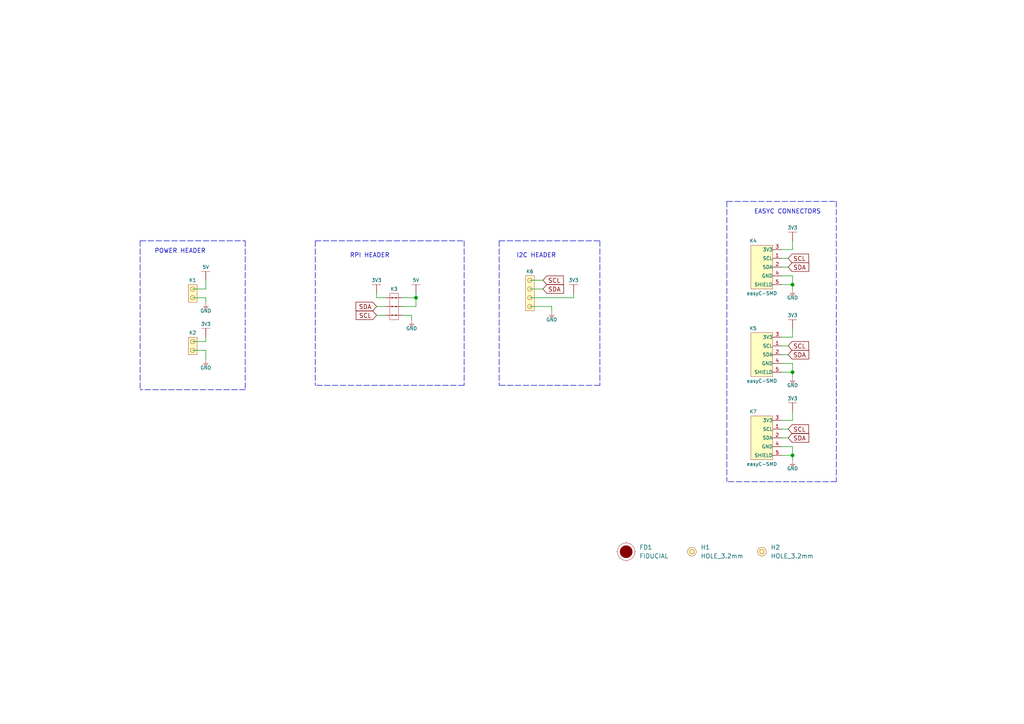
<source format=kicad_sch>
(kicad_sch (version 20210621) (generator eeschema)

  (uuid 0a5b5295-7245-4ac4-bf4a-801d704c0d6e)

  (paper "A4")

  (title_block
    (title "Raspberry Pi easyC adapter")
    (date "2021-07-12")
    (rev "V1.1.1.")
    (company "SOLDERED")
    (comment 1 "333019")
  )

  (lib_symbols
    (symbol "e-radionica.com schematics:3V3" (power) (pin_names (offset 0)) (in_bom yes) (on_board yes)
      (property "Reference" "#PWR" (id 0) (at 4.445 0 0)
        (effects (font (size 1 1)) hide)
      )
      (property "Value" "3V3" (id 1) (at 0 3.556 0)
        (effects (font (size 1 1)))
      )
      (property "Footprint" "" (id 2) (at 4.445 3.81 0)
        (effects (font (size 1 1)) hide)
      )
      (property "Datasheet" "" (id 3) (at 4.445 3.81 0)
        (effects (font (size 1 1)) hide)
      )
      (property "ki_keywords" "power-flag" (id 4) (at 0 0 0)
        (effects (font (size 1.27 1.27)) hide)
      )
      (property "ki_description" "Power symbol creates a global label with name \"+3V3\"" (id 5) (at 0 0 0)
        (effects (font (size 1.27 1.27)) hide)
      )
      (symbol "3V3_0_1"
        (polyline
          (pts
            (xy -1.27 2.54)
            (xy 1.27 2.54)
          )
          (stroke (width 0.0006)) (fill (type none))
        )
        (polyline
          (pts
            (xy 0 0)
            (xy 0 2.54)
          )
          (stroke (width 0)) (fill (type none))
        )
      )
      (symbol "3V3_1_1"
        (pin power_in line (at 0 0 90) (length 0) hide
          (name "3V3" (effects (font (size 1.27 1.27))))
          (number "1" (effects (font (size 1.27 1.27))))
        )
      )
    )
    (symbol "e-radionica.com schematics:5V" (power) (pin_names (offset 0)) (in_bom yes) (on_board yes)
      (property "Reference" "#PWR" (id 0) (at 4.445 0 0)
        (effects (font (size 1 1)) hide)
      )
      (property "Value" "5V" (id 1) (at 0 3.556 0)
        (effects (font (size 1 1)))
      )
      (property "Footprint" "" (id 2) (at 4.445 3.81 0)
        (effects (font (size 1 1)) hide)
      )
      (property "Datasheet" "" (id 3) (at 4.445 3.81 0)
        (effects (font (size 1 1)) hide)
      )
      (property "ki_keywords" "power-flag" (id 4) (at 0 0 0)
        (effects (font (size 1.27 1.27)) hide)
      )
      (property "ki_description" "Power symbol creates a global label with name \"+3V3\"" (id 5) (at 0 0 0)
        (effects (font (size 1.27 1.27)) hide)
      )
      (symbol "5V_0_1"
        (polyline
          (pts
            (xy -1.27 2.54)
            (xy 1.27 2.54)
          )
          (stroke (width 0.0006)) (fill (type none))
        )
        (polyline
          (pts
            (xy 0 0)
            (xy 0 2.54)
          )
          (stroke (width 0)) (fill (type none))
        )
      )
      (symbol "5V_1_1"
        (pin power_in line (at 0 0 90) (length 0) hide
          (name "5V" (effects (font (size 1.27 1.27))))
          (number "1" (effects (font (size 1.27 1.27))))
        )
      )
    )
    (symbol "e-radionica.com schematics:FIDUCIAL" (in_bom yes) (on_board yes)
      (property "Reference" "FD" (id 0) (at 0 3.81 0)
        (effects (font (size 1.27 1.27)))
      )
      (property "Value" "FIDUCIAL" (id 1) (at 0 -3.81 0)
        (effects (font (size 1.27 1.27)))
      )
      (property "Footprint" "e-radionica.com footprinti:FIDUCIAL_23" (id 2) (at 0.254 -5.334 0)
        (effects (font (size 1.27 1.27)) hide)
      )
      (property "Datasheet" "" (id 3) (at 0 0 0)
        (effects (font (size 1.27 1.27)) hide)
      )
      (symbol "FIDUCIAL_0_1"
        (circle (center 0 0) (radius 2.54) (stroke (width 0.0006)) (fill (type none)))
        (circle (center 0 0) (radius 1.7961) (stroke (width 0.001)) (fill (type outline)))
        (polyline
          (pts
            (xy -2.54 0)
            (xy -2.794 0)
          )
          (stroke (width 0.0006)) (fill (type none))
        )
        (polyline
          (pts
            (xy 0 -2.54)
            (xy 0 -2.794)
          )
          (stroke (width 0.0006)) (fill (type none))
        )
        (polyline
          (pts
            (xy 0 2.54)
            (xy 0 2.794)
          )
          (stroke (width 0.0006)) (fill (type none))
        )
        (polyline
          (pts
            (xy 2.54 0)
            (xy 2.794 0)
          )
          (stroke (width 0.0006)) (fill (type none))
        )
      )
    )
    (symbol "e-radionica.com schematics:GND" (power) (pin_names (offset 0)) (in_bom yes) (on_board yes)
      (property "Reference" "#PWR" (id 0) (at 4.445 0 0)
        (effects (font (size 1 1)) hide)
      )
      (property "Value" "GND" (id 1) (at 0 -2.921 0)
        (effects (font (size 1 1)))
      )
      (property "Footprint" "" (id 2) (at 4.445 3.81 0)
        (effects (font (size 1 1)) hide)
      )
      (property "Datasheet" "" (id 3) (at 4.445 3.81 0)
        (effects (font (size 1 1)) hide)
      )
      (property "ki_keywords" "power-flag" (id 4) (at 0 0 0)
        (effects (font (size 1.27 1.27)) hide)
      )
      (property "ki_description" "Power symbol creates a global label with name \"+3V3\"" (id 5) (at 0 0 0)
        (effects (font (size 1.27 1.27)) hide)
      )
      (symbol "GND_0_1"
        (polyline
          (pts
            (xy -0.762 -1.27)
            (xy 0.762 -1.27)
          )
          (stroke (width 0.0006)) (fill (type none))
        )
        (polyline
          (pts
            (xy -0.635 -1.524)
            (xy 0.635 -1.524)
          )
          (stroke (width 0.0006)) (fill (type none))
        )
        (polyline
          (pts
            (xy -0.381 -1.778)
            (xy 0.381 -1.778)
          )
          (stroke (width 0.0006)) (fill (type none))
        )
        (polyline
          (pts
            (xy -0.127 -2.032)
            (xy 0.127 -2.032)
          )
          (stroke (width 0.0006)) (fill (type none))
        )
        (polyline
          (pts
            (xy 0 0)
            (xy 0 -1.27)
          )
          (stroke (width 0.0006)) (fill (type none))
        )
      )
      (symbol "GND_1_1"
        (pin power_in line (at 0 0 270) (length 0) hide
          (name "GND" (effects (font (size 1.27 1.27))))
          (number "1" (effects (font (size 1.27 1.27))))
        )
      )
    )
    (symbol "e-radionica.com schematics:HEADER_MALE_2X1" (pin_numbers hide) (pin_names hide) (in_bom yes) (on_board yes)
      (property "Reference" "K" (id 0) (at -1.27 5.08 0)
        (effects (font (size 1 1)))
      )
      (property "Value" "HEADER_MALE_2X1" (id 1) (at 0 -2.54 0)
        (effects (font (size 1 1)))
      )
      (property "Footprint" "e-radionica.com footprinti:HEADER_MALE_2X1" (id 2) (at 0 0 0)
        (effects (font (size 1 1)) hide)
      )
      (property "Datasheet" "" (id 3) (at 0 0 0)
        (effects (font (size 1 1)) hide)
      )
      (symbol "HEADER_MALE_2X1_0_1"
        (circle (center 0 0) (radius 0.635) (stroke (width 0.0006)) (fill (type none)))
        (circle (center 0 2.54) (radius 0.635) (stroke (width 0.0006)) (fill (type none)))
        (rectangle (start 1.27 -1.27) (end -1.27 3.81)
          (stroke (width 0.001)) (fill (type background))
        )
      )
      (symbol "HEADER_MALE_2X1_1_1"
        (pin passive line (at 0 0 180) (length 0)
          (name "~" (effects (font (size 1 1))))
          (number "1" (effects (font (size 1 1))))
        )
        (pin passive line (at 0 2.54 180) (length 0)
          (name "~" (effects (font (size 1 1))))
          (number "2" (effects (font (size 1 1))))
        )
      )
    )
    (symbol "e-radionica.com schematics:HEADER_MALE_3X2" (pin_numbers hide) (pin_names hide) (in_bom yes) (on_board yes)
      (property "Reference" "K" (id 0) (at -0.635 5.08 0)
        (effects (font (size 1 1)))
      )
      (property "Value" "HEADER_MALE_3X2" (id 1) (at 0 -5.08 0)
        (effects (font (size 1 1)))
      )
      (property "Footprint" "e-radionica.com footprinti:HEADER_MALE_3X2" (id 2) (at 0 -7.62 0)
        (effects (font (size 1 1)) hide)
      )
      (property "Datasheet" "" (id 3) (at 2.54 -2.54 0)
        (effects (font (size 1 1)) hide)
      )
      (symbol "HEADER_MALE_3X2_0_1"
        (rectangle (start -1.27 3.81) (end 1.27 -3.81)
          (stroke (width 0.0006)) (fill (type none))
        )
        (polyline
          (pts
            (xy -1.27 -2.54)
            (xy -0.635 -2.54)
          )
          (stroke (width 0.0006)) (fill (type none))
        )
        (polyline
          (pts
            (xy -1.27 0)
            (xy -0.635 0)
          )
          (stroke (width 0.0006)) (fill (type none))
        )
        (polyline
          (pts
            (xy -1.27 2.54)
            (xy -0.635 2.54)
          )
          (stroke (width 0.0006)) (fill (type none))
        )
        (polyline
          (pts
            (xy -0.762 -2.54)
            (xy -0.254 -2.54)
          )
          (stroke (width 0.3)) (fill (type none))
        )
        (polyline
          (pts
            (xy -0.762 0)
            (xy -0.254 0)
          )
          (stroke (width 0.3)) (fill (type none))
        )
        (polyline
          (pts
            (xy -0.762 2.54)
            (xy -0.254 2.54)
          )
          (stroke (width 0.3)) (fill (type none))
        )
        (polyline
          (pts
            (xy 0.254 -2.54)
            (xy 0.762 -2.54)
          )
          (stroke (width 0.3)) (fill (type none))
        )
        (polyline
          (pts
            (xy 0.254 0)
            (xy 0.762 0)
          )
          (stroke (width 0.3)) (fill (type none))
        )
        (polyline
          (pts
            (xy 0.254 2.54)
            (xy 0.762 2.54)
          )
          (stroke (width 0.3)) (fill (type none))
        )
        (polyline
          (pts
            (xy 1.27 -2.54)
            (xy 0.635 -2.54)
          )
          (stroke (width 0.0006)) (fill (type none))
        )
        (polyline
          (pts
            (xy 1.27 0)
            (xy 0.635 0)
          )
          (stroke (width 0.0006)) (fill (type none))
        )
        (polyline
          (pts
            (xy 1.27 2.54)
            (xy 0.635 2.54)
          )
          (stroke (width 0.0006)) (fill (type none))
        )
      )
      (symbol "HEADER_MALE_3X2_1_1"
        (pin passive line (at -2.54 2.54 0) (length 1.27)
          (name "~" (effects (font (size 1 1))))
          (number "1" (effects (font (size 1 1))))
        )
        (pin passive line (at -2.54 0 0) (length 1.27)
          (name "~" (effects (font (size 1 1))))
          (number "2" (effects (font (size 1 1))))
        )
        (pin passive line (at -2.54 -2.54 0) (length 1.27)
          (name "~" (effects (font (size 1 1))))
          (number "3" (effects (font (size 1 1))))
        )
        (pin passive line (at 2.54 -2.54 180) (length 1.27)
          (name "~" (effects (font (size 1 1))))
          (number "4" (effects (font (size 1 1))))
        )
        (pin passive line (at 2.54 0 180) (length 1.27)
          (name "~" (effects (font (size 1 1))))
          (number "5" (effects (font (size 1 1))))
        )
        (pin passive line (at 2.54 2.54 180) (length 1.27)
          (name "~" (effects (font (size 1 1))))
          (number "6" (effects (font (size 1 1))))
        )
      )
    )
    (symbol "e-radionica.com schematics:HEADER_MALE_4X1" (pin_numbers hide) (pin_names hide) (in_bom yes) (on_board yes)
      (property "Reference" "K" (id 0) (at -0.635 7.62 0)
        (effects (font (size 1 1)))
      )
      (property "Value" "HEADER_MALE_4X1" (id 1) (at 0 -5.08 0)
        (effects (font (size 1 1)))
      )
      (property "Footprint" "e-radionica.com footprinti:HEADER_MALE_4X1" (id 2) (at 0 -2.54 0)
        (effects (font (size 1 1)) hide)
      )
      (property "Datasheet" "" (id 3) (at 0 -2.54 0)
        (effects (font (size 1 1)) hide)
      )
      (symbol "HEADER_MALE_4X1_0_1"
        (circle (center 0 -2.54) (radius 0.635) (stroke (width 0.0006)) (fill (type none)))
        (circle (center 0 0) (radius 0.635) (stroke (width 0.0006)) (fill (type none)))
        (circle (center 0 2.54) (radius 0.635) (stroke (width 0.0006)) (fill (type none)))
        (circle (center 0 5.08) (radius 0.635) (stroke (width 0.0006)) (fill (type none)))
        (rectangle (start 1.27 -3.81) (end -1.27 6.35)
          (stroke (width 0.001)) (fill (type background))
        )
      )
      (symbol "HEADER_MALE_4X1_1_1"
        (pin passive line (at 0 -2.54 180) (length 0)
          (name "~" (effects (font (size 1 1))))
          (number "1" (effects (font (size 1 1))))
        )
        (pin passive line (at 0 0 180) (length 0)
          (name "~" (effects (font (size 1 1))))
          (number "2" (effects (font (size 1 1))))
        )
        (pin passive line (at 0 2.54 180) (length 0)
          (name "~" (effects (font (size 1 1))))
          (number "3" (effects (font (size 1 1))))
        )
        (pin passive line (at 0 5.08 180) (length 0)
          (name "~" (effects (font (size 1 1))))
          (number "4" (effects (font (size 1 1))))
        )
      )
    )
    (symbol "e-radionica.com schematics:HOLE_3.2mm" (pin_numbers hide) (pin_names hide) (in_bom yes) (on_board yes)
      (property "Reference" "H" (id 0) (at 0 2.54 0)
        (effects (font (size 1.27 1.27)))
      )
      (property "Value" "HOLE_3.2mm" (id 1) (at 0 -2.54 0)
        (effects (font (size 1.27 1.27)))
      )
      (property "Footprint" "e-radionica.com footprinti:HOLE_3.2mm" (id 2) (at 0 0 0)
        (effects (font (size 1.27 1.27)) hide)
      )
      (property "Datasheet" "" (id 3) (at 0 0 0)
        (effects (font (size 1.27 1.27)) hide)
      )
      (symbol "HOLE_3.2mm_0_1"
        (circle (center 0 0) (radius 0.635) (stroke (width 0.0006)) (fill (type none)))
        (circle (center 0 0) (radius 1.27) (stroke (width 0.001)) (fill (type background)))
      )
    )
    (symbol "e-radionica.com schematics:easyC-SMD" (pin_names (offset 0.002)) (in_bom yes) (on_board yes)
      (property "Reference" "K" (id 0) (at -2.54 10.16 0)
        (effects (font (size 1 1)))
      )
      (property "Value" "easyC-SMD" (id 1) (at 0 -5.08 0)
        (effects (font (size 1 1)))
      )
      (property "Footprint" "e-radionica.com footprinti:easyC-connector" (id 2) (at 3.175 2.54 0)
        (effects (font (size 1 1)) hide)
      )
      (property "Datasheet" "" (id 3) (at 3.175 2.54 0)
        (effects (font (size 1 1)) hide)
      )
      (symbol "easyC-SMD_0_1"
        (rectangle (start -3.175 8.89) (end 3.175 -3.81)
          (stroke (width 0.001)) (fill (type background))
        )
      )
      (symbol "easyC-SMD_1_1"
        (pin passive line (at 5.715 5.08 180) (length 2.54)
          (name "SCL" (effects (font (size 1 1))))
          (number "1" (effects (font (size 1 1))))
        )
        (pin passive line (at 5.715 2.54 180) (length 2.54)
          (name "SDA" (effects (font (size 1 1))))
          (number "2" (effects (font (size 1 1))))
        )
        (pin passive line (at 5.715 7.62 180) (length 2.54)
          (name "3V3" (effects (font (size 1 1))))
          (number "3" (effects (font (size 1 1))))
        )
        (pin passive line (at 5.715 0 180) (length 2.54)
          (name "GND" (effects (font (size 1 1))))
          (number "4" (effects (font (size 1 1))))
        )
        (pin passive line (at 5.715 -2.54 180) (length 2.54)
          (name "SHIELD" (effects (font (size 1 1))))
          (number "5" (effects (font (size 1 1))))
        )
      )
    )
  )

  (junction (at 120.65 86.36) (diameter 0.9144) (color 0 0 0 0))
  (junction (at 229.87 82.55) (diameter 0.9144) (color 0 0 0 0))
  (junction (at 229.87 107.95) (diameter 0.9144) (color 0 0 0 0))
  (junction (at 229.87 132.08) (diameter 0.9144) (color 0 0 0 0))

  (wire (pts (xy 55.88 83.82) (xy 59.69 83.82))
    (stroke (width 0) (type solid) (color 0 0 0 0))
    (uuid 4084688e-457e-4bea-a201-7f4ea81299d0)
  )
  (wire (pts (xy 55.88 86.36) (xy 59.69 86.36))
    (stroke (width 0) (type solid) (color 0 0 0 0))
    (uuid c8d16f98-55ed-4bb5-bcbb-9e1d6c9b6899)
  )
  (wire (pts (xy 55.88 99.06) (xy 59.69 99.06))
    (stroke (width 0) (type solid) (color 0 0 0 0))
    (uuid a5bdebb9-1e2d-480f-b9c7-a1dfdf96133f)
  )
  (wire (pts (xy 55.88 101.6) (xy 59.69 101.6))
    (stroke (width 0) (type solid) (color 0 0 0 0))
    (uuid 61fe55b6-ecff-42e2-b58d-714e1215498a)
  )
  (wire (pts (xy 59.69 83.82) (xy 59.69 81.28))
    (stroke (width 0) (type solid) (color 0 0 0 0))
    (uuid 4084688e-457e-4bea-a201-7f4ea81299d0)
  )
  (wire (pts (xy 59.69 86.36) (xy 59.69 87.63))
    (stroke (width 0) (type solid) (color 0 0 0 0))
    (uuid c8d16f98-55ed-4bb5-bcbb-9e1d6c9b6899)
  )
  (wire (pts (xy 59.69 99.06) (xy 59.69 97.79))
    (stroke (width 0) (type solid) (color 0 0 0 0))
    (uuid a5bdebb9-1e2d-480f-b9c7-a1dfdf96133f)
  )
  (wire (pts (xy 59.69 101.6) (xy 59.69 104.14))
    (stroke (width 0) (type solid) (color 0 0 0 0))
    (uuid 61fe55b6-ecff-42e2-b58d-714e1215498a)
  )
  (wire (pts (xy 109.22 86.36) (xy 109.22 85.09))
    (stroke (width 0) (type solid) (color 0 0 0 0))
    (uuid 744f1116-e350-4e0d-a76e-a79fb0f6049c)
  )
  (wire (pts (xy 109.22 88.9) (xy 111.76 88.9))
    (stroke (width 0) (type solid) (color 0 0 0 0))
    (uuid 916b8fc3-6c48-47a5-bd79-ac7fbc87ce5a)
  )
  (wire (pts (xy 109.22 91.44) (xy 111.76 91.44))
    (stroke (width 0) (type solid) (color 0 0 0 0))
    (uuid 2a59c9c5-49e4-4fd8-9c85-2b6fef29e6e8)
  )
  (wire (pts (xy 111.76 86.36) (xy 109.22 86.36))
    (stroke (width 0) (type solid) (color 0 0 0 0))
    (uuid 744f1116-e350-4e0d-a76e-a79fb0f6049c)
  )
  (wire (pts (xy 116.84 86.36) (xy 120.65 86.36))
    (stroke (width 0) (type solid) (color 0 0 0 0))
    (uuid 40db10d1-1507-44d8-88cb-b7a0a0492c14)
  )
  (wire (pts (xy 116.84 88.9) (xy 120.65 88.9))
    (stroke (width 0) (type solid) (color 0 0 0 0))
    (uuid 35fb88c0-5e8b-46ab-b262-2a780208f71e)
  )
  (wire (pts (xy 116.84 91.44) (xy 119.38 91.44))
    (stroke (width 0) (type solid) (color 0 0 0 0))
    (uuid 2704af6f-843d-4030-89b2-7c240ee87e6a)
  )
  (wire (pts (xy 119.38 91.44) (xy 119.38 92.71))
    (stroke (width 0) (type solid) (color 0 0 0 0))
    (uuid 2704af6f-843d-4030-89b2-7c240ee87e6a)
  )
  (wire (pts (xy 120.65 86.36) (xy 120.65 85.09))
    (stroke (width 0) (type solid) (color 0 0 0 0))
    (uuid 40db10d1-1507-44d8-88cb-b7a0a0492c14)
  )
  (wire (pts (xy 120.65 88.9) (xy 120.65 86.36))
    (stroke (width 0) (type solid) (color 0 0 0 0))
    (uuid 35fb88c0-5e8b-46ab-b262-2a780208f71e)
  )
  (wire (pts (xy 153.67 81.28) (xy 157.48 81.28))
    (stroke (width 0) (type solid) (color 0 0 0 0))
    (uuid 63f87237-471f-4f9c-9cde-7831f5bf55e2)
  )
  (wire (pts (xy 153.67 83.82) (xy 157.48 83.82))
    (stroke (width 0) (type solid) (color 0 0 0 0))
    (uuid 48d06471-e9b6-4e37-9ca8-f609f4bc1ce6)
  )
  (wire (pts (xy 153.67 86.36) (xy 166.37 86.36))
    (stroke (width 0) (type solid) (color 0 0 0 0))
    (uuid 88bf19ce-66fb-4157-8e2c-74e787b4ce64)
  )
  (wire (pts (xy 153.67 88.9) (xy 160.02 88.9))
    (stroke (width 0) (type solid) (color 0 0 0 0))
    (uuid bfc87ee8-a1bb-4a39-bcb8-a2e53aa7c617)
  )
  (wire (pts (xy 160.02 88.9) (xy 160.02 90.17))
    (stroke (width 0) (type solid) (color 0 0 0 0))
    (uuid bfc87ee8-a1bb-4a39-bcb8-a2e53aa7c617)
  )
  (wire (pts (xy 166.37 86.36) (xy 166.37 85.09))
    (stroke (width 0) (type solid) (color 0 0 0 0))
    (uuid 88bf19ce-66fb-4157-8e2c-74e787b4ce64)
  )
  (wire (pts (xy 226.695 72.39) (xy 229.87 72.39))
    (stroke (width 0) (type solid) (color 0 0 0 0))
    (uuid a41df124-eb55-40d3-aa80-ebdf4da6c2cc)
  )
  (wire (pts (xy 226.695 74.93) (xy 228.6 74.93))
    (stroke (width 0) (type solid) (color 0 0 0 0))
    (uuid d5478f63-cf29-4bce-a8eb-cf73e8af9183)
  )
  (wire (pts (xy 226.695 77.47) (xy 228.6 77.47))
    (stroke (width 0) (type solid) (color 0 0 0 0))
    (uuid 69f274f3-cee6-42a2-af90-1f25909a44ef)
  )
  (wire (pts (xy 226.695 80.01) (xy 229.87 80.01))
    (stroke (width 0) (type solid) (color 0 0 0 0))
    (uuid bf24cf43-65b1-44cb-b4b7-0243a39392cc)
  )
  (wire (pts (xy 226.695 82.55) (xy 229.87 82.55))
    (stroke (width 0) (type solid) (color 0 0 0 0))
    (uuid b039ac6b-21b6-4346-adba-6b59f83fb07c)
  )
  (wire (pts (xy 226.695 97.79) (xy 229.87 97.79))
    (stroke (width 0) (type solid) (color 0 0 0 0))
    (uuid 60a36a10-2e3d-4cb7-a935-bfd322d1649a)
  )
  (wire (pts (xy 226.695 100.33) (xy 228.6 100.33))
    (stroke (width 0) (type solid) (color 0 0 0 0))
    (uuid b19aff4c-32af-473d-af7a-6b95d0ed64d7)
  )
  (wire (pts (xy 226.695 102.87) (xy 228.6 102.87))
    (stroke (width 0) (type solid) (color 0 0 0 0))
    (uuid 3195482c-f12a-4b42-a397-05701b22be64)
  )
  (wire (pts (xy 226.695 105.41) (xy 229.87 105.41))
    (stroke (width 0) (type solid) (color 0 0 0 0))
    (uuid d88362ae-c6c0-47a9-bf5e-426d87d178e5)
  )
  (wire (pts (xy 226.695 107.95) (xy 229.87 107.95))
    (stroke (width 0) (type solid) (color 0 0 0 0))
    (uuid 35d57795-e2a3-4a10-a707-49b41739e62e)
  )
  (wire (pts (xy 226.695 121.92) (xy 229.87 121.92))
    (stroke (width 0) (type solid) (color 0 0 0 0))
    (uuid 88b429e8-2e36-44cc-8a25-3ace9d30a554)
  )
  (wire (pts (xy 226.695 124.46) (xy 228.6 124.46))
    (stroke (width 0) (type solid) (color 0 0 0 0))
    (uuid d8f78c47-27de-4184-a8fd-43aa90b960f3)
  )
  (wire (pts (xy 226.695 127) (xy 228.6 127))
    (stroke (width 0) (type solid) (color 0 0 0 0))
    (uuid 30350cdd-7f19-407a-972d-cfb9af6e590a)
  )
  (wire (pts (xy 226.695 129.54) (xy 229.87 129.54))
    (stroke (width 0) (type solid) (color 0 0 0 0))
    (uuid 6a63132a-3b1f-4282-94ea-5d1feae73542)
  )
  (wire (pts (xy 226.695 132.08) (xy 229.87 132.08))
    (stroke (width 0) (type solid) (color 0 0 0 0))
    (uuid 1ce9c682-b5d0-49d3-9ec4-bbec5c9651e5)
  )
  (wire (pts (xy 229.87 72.39) (xy 229.87 69.85))
    (stroke (width 0) (type solid) (color 0 0 0 0))
    (uuid a41df124-eb55-40d3-aa80-ebdf4da6c2cc)
  )
  (wire (pts (xy 229.87 80.01) (xy 229.87 82.55))
    (stroke (width 0) (type solid) (color 0 0 0 0))
    (uuid bf24cf43-65b1-44cb-b4b7-0243a39392cc)
  )
  (wire (pts (xy 229.87 82.55) (xy 229.87 83.82))
    (stroke (width 0) (type solid) (color 0 0 0 0))
    (uuid b039ac6b-21b6-4346-adba-6b59f83fb07c)
  )
  (wire (pts (xy 229.87 97.79) (xy 229.87 95.25))
    (stroke (width 0) (type solid) (color 0 0 0 0))
    (uuid 91af1956-57f3-4aa1-aa7a-ea5a596384ae)
  )
  (wire (pts (xy 229.87 105.41) (xy 229.87 107.95))
    (stroke (width 0) (type solid) (color 0 0 0 0))
    (uuid 5bb41c59-0f51-435a-9295-212d1f160145)
  )
  (wire (pts (xy 229.87 107.95) (xy 229.87 109.22))
    (stroke (width 0) (type solid) (color 0 0 0 0))
    (uuid 4c1ac4a4-f2ac-40b4-986b-6fc345ecebca)
  )
  (wire (pts (xy 229.87 121.92) (xy 229.87 119.38))
    (stroke (width 0) (type solid) (color 0 0 0 0))
    (uuid c75c49c0-7b6d-49a1-8ca3-1274b21aa78c)
  )
  (wire (pts (xy 229.87 129.54) (xy 229.87 132.08))
    (stroke (width 0) (type solid) (color 0 0 0 0))
    (uuid 5fab1715-9cd6-446c-8970-01699e3d9fbd)
  )
  (wire (pts (xy 229.87 132.08) (xy 229.87 133.35))
    (stroke (width 0) (type solid) (color 0 0 0 0))
    (uuid 7088d52f-2267-4564-afde-9ada84c6ff75)
  )
  (polyline (pts (xy 40.64 69.85) (xy 40.64 113.03))
    (stroke (width 0) (type dash) (color 0 0 0 0))
    (uuid f502a2d1-fec7-4599-87ac-977659b250c2)
  )
  (polyline (pts (xy 40.64 69.85) (xy 71.12 69.85))
    (stroke (width 0) (type dash) (color 0 0 0 0))
    (uuid f502a2d1-fec7-4599-87ac-977659b250c2)
  )
  (polyline (pts (xy 71.12 69.85) (xy 71.12 113.03))
    (stroke (width 0) (type dash) (color 0 0 0 0))
    (uuid f502a2d1-fec7-4599-87ac-977659b250c2)
  )
  (polyline (pts (xy 71.12 113.03) (xy 40.64 113.03))
    (stroke (width 0) (type dash) (color 0 0 0 0))
    (uuid f502a2d1-fec7-4599-87ac-977659b250c2)
  )
  (polyline (pts (xy 91.44 69.85) (xy 91.44 111.76))
    (stroke (width 0) (type dash) (color 0 0 0 0))
    (uuid 51a64af8-f8d0-4e81-9c28-95586ded1171)
  )
  (polyline (pts (xy 91.44 69.85) (xy 134.62 69.85))
    (stroke (width 0) (type dash) (color 0 0 0 0))
    (uuid 51a64af8-f8d0-4e81-9c28-95586ded1171)
  )
  (polyline (pts (xy 134.62 69.85) (xy 134.62 111.76))
    (stroke (width 0) (type dash) (color 0 0 0 0))
    (uuid 51a64af8-f8d0-4e81-9c28-95586ded1171)
  )
  (polyline (pts (xy 134.62 111.76) (xy 91.44 111.76))
    (stroke (width 0) (type dash) (color 0 0 0 0))
    (uuid 51a64af8-f8d0-4e81-9c28-95586ded1171)
  )
  (polyline (pts (xy 144.78 69.85) (xy 144.78 111.76))
    (stroke (width 0) (type dash) (color 0 0 0 0))
    (uuid 29d4157f-4adc-4f99-a004-bec4f9716568)
  )
  (polyline (pts (xy 144.78 69.85) (xy 173.99 69.85))
    (stroke (width 0) (type dash) (color 0 0 0 0))
    (uuid 29d4157f-4adc-4f99-a004-bec4f9716568)
  )
  (polyline (pts (xy 173.99 69.85) (xy 173.99 111.76))
    (stroke (width 0) (type dash) (color 0 0 0 0))
    (uuid 29d4157f-4adc-4f99-a004-bec4f9716568)
  )
  (polyline (pts (xy 173.99 111.76) (xy 144.78 111.76))
    (stroke (width 0) (type dash) (color 0 0 0 0))
    (uuid 29d4157f-4adc-4f99-a004-bec4f9716568)
  )
  (polyline (pts (xy 210.82 58.42) (xy 210.82 139.7))
    (stroke (width 0) (type dash) (color 0 0 0 0))
    (uuid 564cd106-b093-4db6-9b7c-651a6c1aff06)
  )
  (polyline (pts (xy 210.82 58.42) (xy 242.57 58.42))
    (stroke (width 0) (type dash) (color 0 0 0 0))
    (uuid 564cd106-b093-4db6-9b7c-651a6c1aff06)
  )
  (polyline (pts (xy 242.57 58.42) (xy 242.57 139.7))
    (stroke (width 0) (type dash) (color 0 0 0 0))
    (uuid 564cd106-b093-4db6-9b7c-651a6c1aff06)
  )
  (polyline (pts (xy 242.57 139.7) (xy 210.82 139.7))
    (stroke (width 0) (type dash) (color 0 0 0 0))
    (uuid 564cd106-b093-4db6-9b7c-651a6c1aff06)
  )

  (text "POWER HEADER" (at 59.69 73.66 180)
    (effects (font (size 1.27 1.27)) (justify right bottom))
    (uuid 3c8a10f2-04b8-463b-9691-c477b5bea294)
  )
  (text "RPI HEADER" (at 113.03 74.93 180)
    (effects (font (size 1.27 1.27)) (justify right bottom))
    (uuid 5c7109e8-d1a5-481a-b769-481bd96adc3e)
  )
  (text "I2C HEADER" (at 161.29 74.93 180)
    (effects (font (size 1.27 1.27)) (justify right bottom))
    (uuid 77683e88-7b54-4c21-9370-4b7c02a347f9)
  )
  (text "EASYC CONNECTORS" (at 238.125 62.23 180)
    (effects (font (size 1.27 1.27)) (justify right bottom))
    (uuid cadfbd10-2ce0-48bc-bfb5-c9ed91664195)
  )

  (global_label "SDA" (shape input) (at 109.22 88.9 180)
    (effects (font (size 1.27 1.27)) (justify right))
    (uuid d67a7635-54d0-46e4-9d41-f15b99d34966)
    (property "Intersheet References" "${INTERSHEET_REFS}" (id 0) (at 101.7148 88.8206 0)
      (effects (font (size 1.27 1.27)) (justify right) hide)
    )
  )
  (global_label "SCL" (shape input) (at 109.22 91.44 180)
    (effects (font (size 1.27 1.27)) (justify right))
    (uuid eabfda02-a607-4fac-ac03-714bf25aa487)
    (property "Intersheet References" "${INTERSHEET_REFS}" (id 0) (at 101.7753 91.3606 0)
      (effects (font (size 1.27 1.27)) (justify right) hide)
    )
  )
  (global_label "SCL" (shape input) (at 157.48 81.28 0)
    (effects (font (size 1.27 1.27)) (justify left))
    (uuid 1aefdd16-9407-42f5-81be-f78eed71e442)
    (property "Intersheet References" "${INTERSHEET_REFS}" (id 0) (at 164.9247 81.3594 0)
      (effects (font (size 1.27 1.27)) (justify left) hide)
    )
  )
  (global_label "SDA" (shape input) (at 157.48 83.82 0)
    (effects (font (size 1.27 1.27)) (justify left))
    (uuid 14229223-0b4f-4280-aeb2-5beb08f74cd6)
    (property "Intersheet References" "${INTERSHEET_REFS}" (id 0) (at 164.9852 83.8994 0)
      (effects (font (size 1.27 1.27)) (justify left) hide)
    )
  )
  (global_label "SCL" (shape input) (at 228.6 74.93 0)
    (effects (font (size 1.27 1.27)) (justify left))
    (uuid 04023142-c73f-4283-a987-9555697b191f)
    (property "Intersheet References" "${INTERSHEET_REFS}" (id 0) (at 236.0447 74.8506 0)
      (effects (font (size 1.27 1.27)) (justify left) hide)
    )
  )
  (global_label "SDA" (shape input) (at 228.6 77.47 0)
    (effects (font (size 1.27 1.27)) (justify left))
    (uuid b2141a5b-da05-4328-b2a9-03433cb1c6cf)
    (property "Intersheet References" "${INTERSHEET_REFS}" (id 0) (at 236.1052 77.3906 0)
      (effects (font (size 1.27 1.27)) (justify left) hide)
    )
  )
  (global_label "SCL" (shape input) (at 228.6 100.33 0)
    (effects (font (size 1.27 1.27)) (justify left))
    (uuid 687d828b-bf0e-4487-8fc3-541c9843b5d8)
    (property "Intersheet References" "${INTERSHEET_REFS}" (id 0) (at 236.0447 100.2506 0)
      (effects (font (size 1.27 1.27)) (justify left) hide)
    )
  )
  (global_label "SDA" (shape input) (at 228.6 102.87 0)
    (effects (font (size 1.27 1.27)) (justify left))
    (uuid de14096e-3e3f-4315-bf8f-3b0eadb83a25)
    (property "Intersheet References" "${INTERSHEET_REFS}" (id 0) (at 236.1052 102.7906 0)
      (effects (font (size 1.27 1.27)) (justify left) hide)
    )
  )
  (global_label "SCL" (shape input) (at 228.6 124.46 0)
    (effects (font (size 1.27 1.27)) (justify left))
    (uuid 5309bb30-7463-4c61-8fce-20753e9cfc24)
    (property "Intersheet References" "${INTERSHEET_REFS}" (id 0) (at 236.0447 124.3806 0)
      (effects (font (size 1.27 1.27)) (justify left) hide)
    )
  )
  (global_label "SDA" (shape input) (at 228.6 127 0)
    (effects (font (size 1.27 1.27)) (justify left))
    (uuid a2a9e89e-67e0-4344-b076-598802d00a07)
    (property "Intersheet References" "${INTERSHEET_REFS}" (id 0) (at 236.1052 126.9206 0)
      (effects (font (size 1.27 1.27)) (justify left) hide)
    )
  )

  (symbol (lib_id "e-radionica.com schematics:GND") (at 59.69 87.63 0) (unit 1)
    (in_bom yes) (on_board yes)
    (uuid 3648e4a1-71e6-4bfb-bf57-d9a40eb4c015)
    (property "Reference" "#PWR02" (id 0) (at 64.135 87.63 0)
      (effects (font (size 1 1)) hide)
    )
    (property "Value" "GND" (id 1) (at 59.69 90.17 0)
      (effects (font (size 1 1)))
    )
    (property "Footprint" "" (id 2) (at 64.135 83.82 0)
      (effects (font (size 1 1)) hide)
    )
    (property "Datasheet" "" (id 3) (at 64.135 83.82 0)
      (effects (font (size 1 1)) hide)
    )
    (pin "1" (uuid b57160be-b13c-43f9-983b-d1de5529042c))
  )

  (symbol (lib_id "e-radionica.com schematics:GND") (at 59.69 104.14 0) (unit 1)
    (in_bom yes) (on_board yes)
    (uuid 2049233b-c1fa-45e1-8e68-de4e8ed6944d)
    (property "Reference" "#PWR04" (id 0) (at 64.135 104.14 0)
      (effects (font (size 1 1)) hide)
    )
    (property "Value" "GND" (id 1) (at 59.69 106.68 0)
      (effects (font (size 1 1)))
    )
    (property "Footprint" "" (id 2) (at 64.135 100.33 0)
      (effects (font (size 1 1)) hide)
    )
    (property "Datasheet" "" (id 3) (at 64.135 100.33 0)
      (effects (font (size 1 1)) hide)
    )
    (pin "1" (uuid b57160be-b13c-43f9-983b-d1de5529042c))
  )

  (symbol (lib_id "e-radionica.com schematics:GND") (at 119.38 92.71 0) (unit 1)
    (in_bom yes) (on_board yes)
    (uuid 0193c36c-9bb3-48c2-b004-b44333a4d061)
    (property "Reference" "#PWR06" (id 0) (at 123.825 92.71 0)
      (effects (font (size 1 1)) hide)
    )
    (property "Value" "GND" (id 1) (at 119.38 95.25 0)
      (effects (font (size 1 1)))
    )
    (property "Footprint" "" (id 2) (at 123.825 88.9 0)
      (effects (font (size 1 1)) hide)
    )
    (property "Datasheet" "" (id 3) (at 123.825 88.9 0)
      (effects (font (size 1 1)) hide)
    )
    (pin "1" (uuid b57160be-b13c-43f9-983b-d1de5529042c))
  )

  (symbol (lib_id "e-radionica.com schematics:GND") (at 160.02 90.17 0) (unit 1)
    (in_bom yes) (on_board yes)
    (uuid 37613466-a8cc-4264-a6ce-f5676051d717)
    (property "Reference" "#PWR0101" (id 0) (at 164.465 90.17 0)
      (effects (font (size 1 1)) hide)
    )
    (property "Value" "GND" (id 1) (at 160.02 92.71 0)
      (effects (font (size 1 1)))
    )
    (property "Footprint" "" (id 2) (at 164.465 86.36 0)
      (effects (font (size 1 1)) hide)
    )
    (property "Datasheet" "" (id 3) (at 164.465 86.36 0)
      (effects (font (size 1 1)) hide)
    )
    (pin "1" (uuid b57160be-b13c-43f9-983b-d1de5529042c))
  )

  (symbol (lib_id "e-radionica.com schematics:GND") (at 229.87 83.82 0) (unit 1)
    (in_bom yes) (on_board yes)
    (uuid a4852560-29f0-4579-bfb2-4d54e55a9658)
    (property "Reference" "#PWR09" (id 0) (at 234.315 83.82 0)
      (effects (font (size 1 1)) hide)
    )
    (property "Value" "GND" (id 1) (at 229.87 86.36 0)
      (effects (font (size 1 1)))
    )
    (property "Footprint" "" (id 2) (at 234.315 80.01 0)
      (effects (font (size 1 1)) hide)
    )
    (property "Datasheet" "" (id 3) (at 234.315 80.01 0)
      (effects (font (size 1 1)) hide)
    )
    (pin "1" (uuid b57160be-b13c-43f9-983b-d1de5529042c))
  )

  (symbol (lib_id "e-radionica.com schematics:GND") (at 229.87 109.22 0) (unit 1)
    (in_bom yes) (on_board yes)
    (uuid f524bac8-f0fb-48ba-99cf-f82a8c369b8f)
    (property "Reference" "#PWR011" (id 0) (at 234.315 109.22 0)
      (effects (font (size 1 1)) hide)
    )
    (property "Value" "GND" (id 1) (at 229.87 111.76 0)
      (effects (font (size 1 1)))
    )
    (property "Footprint" "" (id 2) (at 234.315 105.41 0)
      (effects (font (size 1 1)) hide)
    )
    (property "Datasheet" "" (id 3) (at 234.315 105.41 0)
      (effects (font (size 1 1)) hide)
    )
    (pin "1" (uuid b57160be-b13c-43f9-983b-d1de5529042c))
  )

  (symbol (lib_id "e-radionica.com schematics:GND") (at 229.87 133.35 0) (unit 1)
    (in_bom yes) (on_board yes)
    (uuid 55e4f74b-58ee-4663-b7d5-c9116bfa72f9)
    (property "Reference" "#PWR0104" (id 0) (at 234.315 133.35 0)
      (effects (font (size 1 1)) hide)
    )
    (property "Value" "GND" (id 1) (at 229.87 135.89 0)
      (effects (font (size 1 1)))
    )
    (property "Footprint" "" (id 2) (at 234.315 129.54 0)
      (effects (font (size 1 1)) hide)
    )
    (property "Datasheet" "" (id 3) (at 234.315 129.54 0)
      (effects (font (size 1 1)) hide)
    )
    (pin "1" (uuid b57160be-b13c-43f9-983b-d1de5529042c))
  )

  (symbol (lib_id "e-radionica.com schematics:HOLE_3.2mm") (at 200.66 160.02 0) (unit 1)
    (in_bom yes) (on_board yes)
    (uuid 6eb4a6a3-82b1-4e21-aa3a-78755528731c)
    (property "Reference" "H1" (id 0) (at 203.2 158.75 0)
      (effects (font (size 1.27 1.27)) (justify left))
    )
    (property "Value" "HOLE_3.2mm" (id 1) (at 203.2 161.29 0)
      (effects (font (size 1.27 1.27)) (justify left))
    )
    (property "Footprint" "e-radionica.com footprinti:HOLE_3.2mm" (id 2) (at 200.66 160.02 0)
      (effects (font (size 1.27 1.27)) hide)
    )
    (property "Datasheet" "" (id 3) (at 200.66 160.02 0)
      (effects (font (size 1.27 1.27)) hide)
    )
  )

  (symbol (lib_id "e-radionica.com schematics:HOLE_3.2mm") (at 220.98 160.02 0) (unit 1)
    (in_bom yes) (on_board yes)
    (uuid a5a32ec1-fefc-4d72-bd52-00ac3b663359)
    (property "Reference" "H2" (id 0) (at 223.52 158.75 0)
      (effects (font (size 1.27 1.27)) (justify left))
    )
    (property "Value" "HOLE_3.2mm" (id 1) (at 223.52 161.29 0)
      (effects (font (size 1.27 1.27)) (justify left))
    )
    (property "Footprint" "e-radionica.com footprinti:HOLE_3.2mm" (id 2) (at 220.98 160.02 0)
      (effects (font (size 1.27 1.27)) hide)
    )
    (property "Datasheet" "" (id 3) (at 220.98 160.02 0)
      (effects (font (size 1.27 1.27)) hide)
    )
  )

  (symbol (lib_id "e-radionica.com schematics:5V") (at 59.69 81.28 0) (unit 1)
    (in_bom yes) (on_board yes)
    (uuid 8fab3060-3af5-457c-903f-60f12297d8b0)
    (property "Reference" "#PWR01" (id 0) (at 64.135 81.28 0)
      (effects (font (size 1 1)) hide)
    )
    (property "Value" "5V" (id 1) (at 59.69 77.47 0)
      (effects (font (size 1 1)))
    )
    (property "Footprint" "" (id 2) (at 64.135 77.47 0)
      (effects (font (size 1 1)) hide)
    )
    (property "Datasheet" "" (id 3) (at 64.135 77.47 0)
      (effects (font (size 1 1)) hide)
    )
    (pin "1" (uuid 980bc2a6-81e5-4bf1-bc09-0f5b3f561c5a))
  )

  (symbol (lib_id "e-radionica.com schematics:3V3") (at 59.69 97.79 0) (unit 1)
    (in_bom yes) (on_board yes)
    (uuid d7bc569a-1e22-4b6e-b753-861a44eb3872)
    (property "Reference" "#PWR03" (id 0) (at 64.135 97.79 0)
      (effects (font (size 1 1)) hide)
    )
    (property "Value" "3V3" (id 1) (at 59.69 93.98 0)
      (effects (font (size 1 1)))
    )
    (property "Footprint" "" (id 2) (at 64.135 93.98 0)
      (effects (font (size 1 1)) hide)
    )
    (property "Datasheet" "" (id 3) (at 64.135 93.98 0)
      (effects (font (size 1 1)) hide)
    )
    (pin "1" (uuid 80f3309d-4cad-4342-aaa7-861f54970939))
  )

  (symbol (lib_id "e-radionica.com schematics:3V3") (at 109.22 85.09 0) (unit 1)
    (in_bom yes) (on_board yes)
    (uuid 81d95483-35e6-4485-b3c5-c08dc5e22df4)
    (property "Reference" "#PWR05" (id 0) (at 113.665 85.09 0)
      (effects (font (size 1 1)) hide)
    )
    (property "Value" "3V3" (id 1) (at 109.22 81.28 0)
      (effects (font (size 1 1)))
    )
    (property "Footprint" "" (id 2) (at 113.665 81.28 0)
      (effects (font (size 1 1)) hide)
    )
    (property "Datasheet" "" (id 3) (at 113.665 81.28 0)
      (effects (font (size 1 1)) hide)
    )
    (pin "1" (uuid 80f3309d-4cad-4342-aaa7-861f54970939))
  )

  (symbol (lib_id "e-radionica.com schematics:5V") (at 120.65 85.09 0) (unit 1)
    (in_bom yes) (on_board yes)
    (uuid 81ddd705-54df-4b64-ad26-5f6b8ab85a1b)
    (property "Reference" "#PWR07" (id 0) (at 125.095 85.09 0)
      (effects (font (size 1 1)) hide)
    )
    (property "Value" "5V" (id 1) (at 120.65 81.28 0)
      (effects (font (size 1 1)))
    )
    (property "Footprint" "" (id 2) (at 125.095 81.28 0)
      (effects (font (size 1 1)) hide)
    )
    (property "Datasheet" "" (id 3) (at 125.095 81.28 0)
      (effects (font (size 1 1)) hide)
    )
    (pin "1" (uuid 980bc2a6-81e5-4bf1-bc09-0f5b3f561c5a))
  )

  (symbol (lib_id "e-radionica.com schematics:3V3") (at 166.37 85.09 0) (unit 1)
    (in_bom yes) (on_board yes)
    (uuid 939fc1ed-994b-48cc-a2ab-1793aae64c25)
    (property "Reference" "#PWR0102" (id 0) (at 170.815 85.09 0)
      (effects (font (size 1 1)) hide)
    )
    (property "Value" "3V3" (id 1) (at 166.37 81.28 0)
      (effects (font (size 1 1)))
    )
    (property "Footprint" "" (id 2) (at 170.815 81.28 0)
      (effects (font (size 1 1)) hide)
    )
    (property "Datasheet" "" (id 3) (at 170.815 81.28 0)
      (effects (font (size 1 1)) hide)
    )
    (pin "1" (uuid 80f3309d-4cad-4342-aaa7-861f54970939))
  )

  (symbol (lib_id "e-radionica.com schematics:3V3") (at 229.87 69.85 0) (unit 1)
    (in_bom yes) (on_board yes)
    (uuid 24f72c85-fdf5-4937-a217-ef87d734eb6d)
    (property "Reference" "#PWR08" (id 0) (at 234.315 69.85 0)
      (effects (font (size 1 1)) hide)
    )
    (property "Value" "3V3" (id 1) (at 229.87 66.04 0)
      (effects (font (size 1 1)))
    )
    (property "Footprint" "" (id 2) (at 234.315 66.04 0)
      (effects (font (size 1 1)) hide)
    )
    (property "Datasheet" "" (id 3) (at 234.315 66.04 0)
      (effects (font (size 1 1)) hide)
    )
    (pin "1" (uuid 80f3309d-4cad-4342-aaa7-861f54970939))
  )

  (symbol (lib_id "e-radionica.com schematics:3V3") (at 229.87 95.25 0) (unit 1)
    (in_bom yes) (on_board yes)
    (uuid 0514bbf9-041f-4749-b20d-7c615046c861)
    (property "Reference" "#PWR010" (id 0) (at 234.315 95.25 0)
      (effects (font (size 1 1)) hide)
    )
    (property "Value" "3V3" (id 1) (at 229.87 91.44 0)
      (effects (font (size 1 1)))
    )
    (property "Footprint" "" (id 2) (at 234.315 91.44 0)
      (effects (font (size 1 1)) hide)
    )
    (property "Datasheet" "" (id 3) (at 234.315 91.44 0)
      (effects (font (size 1 1)) hide)
    )
    (pin "1" (uuid 80f3309d-4cad-4342-aaa7-861f54970939))
  )

  (symbol (lib_id "e-radionica.com schematics:3V3") (at 229.87 119.38 0) (unit 1)
    (in_bom yes) (on_board yes)
    (uuid a1fb5ae6-341e-4688-8c11-ea1fb0d40230)
    (property "Reference" "#PWR0103" (id 0) (at 234.315 119.38 0)
      (effects (font (size 1 1)) hide)
    )
    (property "Value" "3V3" (id 1) (at 229.87 115.57 0)
      (effects (font (size 1 1)))
    )
    (property "Footprint" "" (id 2) (at 234.315 115.57 0)
      (effects (font (size 1 1)) hide)
    )
    (property "Datasheet" "" (id 3) (at 234.315 115.57 0)
      (effects (font (size 1 1)) hide)
    )
    (pin "1" (uuid 80f3309d-4cad-4342-aaa7-861f54970939))
  )

  (symbol (lib_id "e-radionica.com schematics:HEADER_MALE_2X1") (at 55.88 86.36 0) (unit 1)
    (in_bom yes) (on_board yes)
    (uuid c7081f29-50d1-4c1a-a3ea-200474807abb)
    (property "Reference" "K1" (id 0) (at 55.88 81.28 0)
      (effects (font (size 1 1)))
    )
    (property "Value" "HEADER_MALE_2X1" (id 1) (at 55.88 88.9 0)
      (effects (font (size 1 1)) hide)
    )
    (property "Footprint" "e-radionica.com footprinti:HEADER_MALE_2X1" (id 2) (at 55.88 86.36 0)
      (effects (font (size 1 1)) hide)
    )
    (property "Datasheet" "" (id 3) (at 55.88 86.36 0)
      (effects (font (size 1 1)) hide)
    )
    (pin "1" (uuid e7fb183e-f40e-491b-99ad-b0a1c82ced05))
    (pin "2" (uuid b9da6d6c-6f80-4864-8ae2-70804888f221))
  )

  (symbol (lib_id "e-radionica.com schematics:HEADER_MALE_2X1") (at 55.88 101.6 0) (unit 1)
    (in_bom yes) (on_board yes)
    (uuid 7ef98093-0aa2-43c0-b7e9-1c75e032f318)
    (property "Reference" "K2" (id 0) (at 55.88 96.52 0)
      (effects (font (size 1 1)))
    )
    (property "Value" "HEADER_MALE_2X1" (id 1) (at 55.88 104.14 0)
      (effects (font (size 1 1)) hide)
    )
    (property "Footprint" "e-radionica.com footprinti:HEADER_MALE_2X1" (id 2) (at 55.88 101.6 0)
      (effects (font (size 1 1)) hide)
    )
    (property "Datasheet" "" (id 3) (at 55.88 101.6 0)
      (effects (font (size 1 1)) hide)
    )
    (pin "1" (uuid 74146e42-05c8-4da2-aa56-c9c0c372cff3))
    (pin "2" (uuid fc54c31b-fb4d-49db-9027-5f47822ca61e))
  )

  (symbol (lib_id "e-radionica.com schematics:HEADER_MALE_4X1") (at 153.67 86.36 0) (unit 1)
    (in_bom yes) (on_board yes)
    (uuid b4ca7599-7f3d-402d-ad88-bb883312baac)
    (property "Reference" "K6" (id 0) (at 153.67 78.74 0)
      (effects (font (size 1 1)))
    )
    (property "Value" "HEADER_MALE_4X1" (id 1) (at 153.67 91.44 0)
      (effects (font (size 1 1)) hide)
    )
    (property "Footprint" "e-radionica.com footprinti:HEADER_MALE_4X1" (id 2) (at 153.67 88.9 0)
      (effects (font (size 1 1)) hide)
    )
    (property "Datasheet" "" (id 3) (at 153.67 88.9 0)
      (effects (font (size 1 1)) hide)
    )
    (pin "1" (uuid ffbe2e51-09e4-4d76-ae66-92bae1a2f99c))
    (pin "2" (uuid f3b41629-cacb-4a45-ab2e-3e1357f18bf3))
    (pin "3" (uuid 091e2280-a079-4dcd-8deb-09a88d19163d))
    (pin "4" (uuid ac206c5d-4963-4754-9cff-03f7fe778803))
  )

  (symbol (lib_id "e-radionica.com schematics:FIDUCIAL") (at 181.61 160.02 0) (unit 1)
    (in_bom yes) (on_board yes) (fields_autoplaced)
    (uuid d5599b58-af99-4046-9bcd-db355b85df70)
    (property "Reference" "FD1" (id 0) (at 185.42 158.7499 0)
      (effects (font (size 1.27 1.27)) (justify left))
    )
    (property "Value" "FIDUCIAL" (id 1) (at 185.42 161.2899 0)
      (effects (font (size 1.27 1.27)) (justify left))
    )
    (property "Footprint" "e-radionica.com footprinti:FIDUCIAL_23" (id 2) (at 181.864 165.354 0)
      (effects (font (size 1.27 1.27)) hide)
    )
    (property "Datasheet" "" (id 3) (at 181.61 160.02 0)
      (effects (font (size 1.27 1.27)) hide)
    )
  )

  (symbol (lib_id "e-radionica.com schematics:HEADER_MALE_3X2") (at 114.3 88.9 0) (unit 1)
    (in_bom yes) (on_board yes)
    (uuid 4902027e-2126-4a2a-ae5a-1d74497821bf)
    (property "Reference" "K3" (id 0) (at 114.3 83.82 0)
      (effects (font (size 1 1)))
    )
    (property "Value" "HEADER_MALE_3X2" (id 1) (at 114.3 93.98 0)
      (effects (font (size 1 1)) hide)
    )
    (property "Footprint" "e-radionica.com footprinti:HEADER_MALE_3X2" (id 2) (at 114.3 96.52 0)
      (effects (font (size 1 1)) hide)
    )
    (property "Datasheet" "" (id 3) (at 116.84 91.44 0)
      (effects (font (size 1 1)) hide)
    )
    (pin "1" (uuid 3f977ac3-1059-4939-95e7-e9b937f09bb1))
    (pin "2" (uuid 5df88de0-ab32-4b5f-8fa5-83a288d75322))
    (pin "3" (uuid 8963a496-1d02-4a2e-b028-06d0e00b6174))
    (pin "4" (uuid 4966b914-8086-4621-ab0d-e3005147c4b5))
    (pin "5" (uuid 7cdb2328-9081-45d3-a42a-410b4d3cccc7))
    (pin "6" (uuid 640edb83-61a5-43a4-8e00-ecc72aa6e9ad))
  )

  (symbol (lib_id "e-radionica.com schematics:easyC-SMD") (at 220.98 80.01 0) (unit 1)
    (in_bom yes) (on_board yes)
    (uuid 6e3e8713-c6ee-46a3-ac14-8355a9cb9f41)
    (property "Reference" "K4" (id 0) (at 218.44 69.85 0)
      (effects (font (size 1 1)))
    )
    (property "Value" "easyC-SMD" (id 1) (at 220.98 85.09 0)
      (effects (font (size 1 1)))
    )
    (property "Footprint" "e-radionica.com footprinti:easyC-connector" (id 2) (at 224.155 77.47 0)
      (effects (font (size 1 1)) hide)
    )
    (property "Datasheet" "" (id 3) (at 224.155 77.47 0)
      (effects (font (size 1 1)) hide)
    )
    (pin "1" (uuid 54489577-d9b9-4641-bd21-d0fe73b1f3a8))
    (pin "2" (uuid 87f40218-a4d1-4d8f-85c7-4df3e2593979))
    (pin "3" (uuid e0e596b5-8e26-44c2-9a34-c911076831c0))
    (pin "4" (uuid f6f0a498-79e4-421c-8945-b3e8cdaf2114))
    (pin "5" (uuid f2e6ccac-1c57-4535-a0ef-720214f82c82))
  )

  (symbol (lib_id "e-radionica.com schematics:easyC-SMD") (at 220.98 105.41 0) (unit 1)
    (in_bom yes) (on_board yes)
    (uuid 7de71bc6-c0a0-4030-a007-42dc9b4eee3c)
    (property "Reference" "K5" (id 0) (at 218.44 95.25 0)
      (effects (font (size 1 1)))
    )
    (property "Value" "easyC-SMD" (id 1) (at 220.98 110.49 0)
      (effects (font (size 1 1)))
    )
    (property "Footprint" "e-radionica.com footprinti:easyC-connector" (id 2) (at 224.155 102.87 0)
      (effects (font (size 1 1)) hide)
    )
    (property "Datasheet" "" (id 3) (at 224.155 102.87 0)
      (effects (font (size 1 1)) hide)
    )
    (pin "1" (uuid 54489577-d9b9-4641-bd21-d0fe73b1f3a8))
    (pin "2" (uuid 87f40218-a4d1-4d8f-85c7-4df3e2593979))
    (pin "3" (uuid e0e596b5-8e26-44c2-9a34-c911076831c0))
    (pin "4" (uuid f6f0a498-79e4-421c-8945-b3e8cdaf2114))
    (pin "5" (uuid f2e6ccac-1c57-4535-a0ef-720214f82c82))
  )

  (symbol (lib_id "e-radionica.com schematics:easyC-SMD") (at 220.98 129.54 0) (unit 1)
    (in_bom yes) (on_board yes)
    (uuid 3959eca2-f40b-49cb-8fbd-e8925d17846d)
    (property "Reference" "K7" (id 0) (at 218.44 119.38 0)
      (effects (font (size 1 1)))
    )
    (property "Value" "easyC-SMD" (id 1) (at 220.98 134.62 0)
      (effects (font (size 1 1)))
    )
    (property "Footprint" "e-radionica.com footprinti:easyC-connector" (id 2) (at 224.155 127 0)
      (effects (font (size 1 1)) hide)
    )
    (property "Datasheet" "" (id 3) (at 224.155 127 0)
      (effects (font (size 1 1)) hide)
    )
    (pin "1" (uuid 54489577-d9b9-4641-bd21-d0fe73b1f3a8))
    (pin "2" (uuid 87f40218-a4d1-4d8f-85c7-4df3e2593979))
    (pin "3" (uuid e0e596b5-8e26-44c2-9a34-c911076831c0))
    (pin "4" (uuid f6f0a498-79e4-421c-8945-b3e8cdaf2114))
    (pin "5" (uuid f2e6ccac-1c57-4535-a0ef-720214f82c82))
  )

  (sheet_instances
    (path "/" (page "1"))
  )

  (symbol_instances
    (path "/8fab3060-3af5-457c-903f-60f12297d8b0"
      (reference "#PWR01") (unit 1) (value "5V") (footprint "")
    )
    (path "/3648e4a1-71e6-4bfb-bf57-d9a40eb4c015"
      (reference "#PWR02") (unit 1) (value "GND") (footprint "")
    )
    (path "/d7bc569a-1e22-4b6e-b753-861a44eb3872"
      (reference "#PWR03") (unit 1) (value "3V3") (footprint "")
    )
    (path "/2049233b-c1fa-45e1-8e68-de4e8ed6944d"
      (reference "#PWR04") (unit 1) (value "GND") (footprint "")
    )
    (path "/81d95483-35e6-4485-b3c5-c08dc5e22df4"
      (reference "#PWR05") (unit 1) (value "3V3") (footprint "")
    )
    (path "/0193c36c-9bb3-48c2-b004-b44333a4d061"
      (reference "#PWR06") (unit 1) (value "GND") (footprint "")
    )
    (path "/81ddd705-54df-4b64-ad26-5f6b8ab85a1b"
      (reference "#PWR07") (unit 1) (value "5V") (footprint "")
    )
    (path "/24f72c85-fdf5-4937-a217-ef87d734eb6d"
      (reference "#PWR08") (unit 1) (value "3V3") (footprint "")
    )
    (path "/a4852560-29f0-4579-bfb2-4d54e55a9658"
      (reference "#PWR09") (unit 1) (value "GND") (footprint "")
    )
    (path "/0514bbf9-041f-4749-b20d-7c615046c861"
      (reference "#PWR010") (unit 1) (value "3V3") (footprint "")
    )
    (path "/f524bac8-f0fb-48ba-99cf-f82a8c369b8f"
      (reference "#PWR011") (unit 1) (value "GND") (footprint "")
    )
    (path "/37613466-a8cc-4264-a6ce-f5676051d717"
      (reference "#PWR0101") (unit 1) (value "GND") (footprint "")
    )
    (path "/939fc1ed-994b-48cc-a2ab-1793aae64c25"
      (reference "#PWR0102") (unit 1) (value "3V3") (footprint "")
    )
    (path "/a1fb5ae6-341e-4688-8c11-ea1fb0d40230"
      (reference "#PWR0103") (unit 1) (value "3V3") (footprint "")
    )
    (path "/55e4f74b-58ee-4663-b7d5-c9116bfa72f9"
      (reference "#PWR0104") (unit 1) (value "GND") (footprint "")
    )
    (path "/d5599b58-af99-4046-9bcd-db355b85df70"
      (reference "FD1") (unit 1) (value "FIDUCIAL") (footprint "e-radionica.com footprinti:FIDUCIAL_23")
    )
    (path "/6eb4a6a3-82b1-4e21-aa3a-78755528731c"
      (reference "H1") (unit 1) (value "HOLE_3.2mm") (footprint "e-radionica.com footprinti:HOLE_3.2mm")
    )
    (path "/a5a32ec1-fefc-4d72-bd52-00ac3b663359"
      (reference "H2") (unit 1) (value "HOLE_3.2mm") (footprint "e-radionica.com footprinti:HOLE_3.2mm")
    )
    (path "/c7081f29-50d1-4c1a-a3ea-200474807abb"
      (reference "K1") (unit 1) (value "HEADER_MALE_2X1") (footprint "e-radionica.com footprinti:HEADER_MALE_2X1")
    )
    (path "/7ef98093-0aa2-43c0-b7e9-1c75e032f318"
      (reference "K2") (unit 1) (value "HEADER_MALE_2X1") (footprint "e-radionica.com footprinti:HEADER_MALE_2X1")
    )
    (path "/4902027e-2126-4a2a-ae5a-1d74497821bf"
      (reference "K3") (unit 1) (value "HEADER_MALE_3X2") (footprint "e-radionica.com footprinti:HEADER_MALE_3X2")
    )
    (path "/6e3e8713-c6ee-46a3-ac14-8355a9cb9f41"
      (reference "K4") (unit 1) (value "easyC-SMD") (footprint "e-radionica.com footprinti:easyC-connector")
    )
    (path "/7de71bc6-c0a0-4030-a007-42dc9b4eee3c"
      (reference "K5") (unit 1) (value "easyC-SMD") (footprint "e-radionica.com footprinti:easyC-connector")
    )
    (path "/b4ca7599-7f3d-402d-ad88-bb883312baac"
      (reference "K6") (unit 1) (value "HEADER_MALE_4X1") (footprint "e-radionica.com footprinti:HEADER_MALE_4X1")
    )
    (path "/3959eca2-f40b-49cb-8fbd-e8925d17846d"
      (reference "K7") (unit 1) (value "easyC-SMD") (footprint "e-radionica.com footprinti:easyC-connector")
    )
  )
)

</source>
